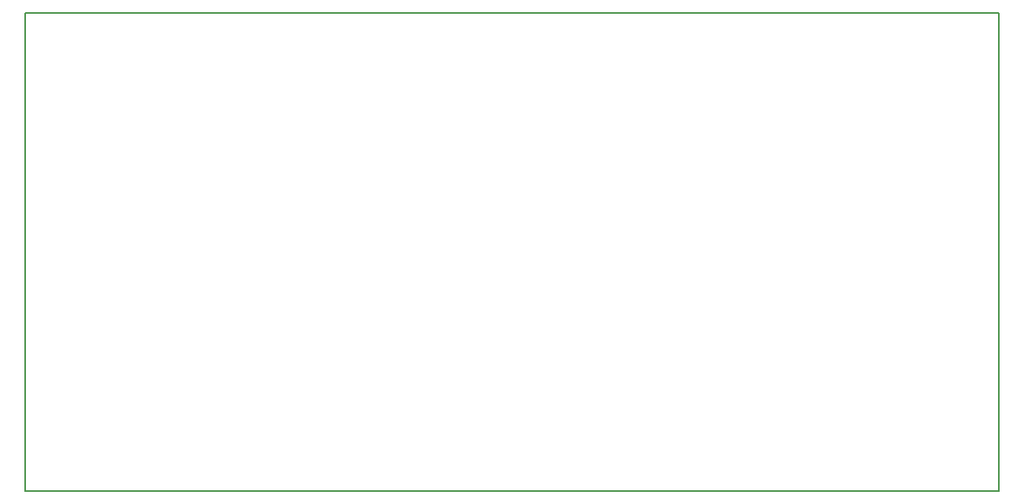
<source format=gbr>
G04 #@! TF.FileFunction,Profile,NP*
%FSLAX46Y46*%
G04 Gerber Fmt 4.6, Leading zero omitted, Abs format (unit mm)*
G04 Created by KiCad (PCBNEW (2015-10-26 BZR 6283)-product) date Friday, January 15, 2016 'amt' 12:54:02 am*
%MOMM*%
G01*
G04 APERTURE LIST*
%ADD10C,0.100000*%
%ADD11C,0.150000*%
G04 APERTURE END LIST*
D10*
D11*
X90000000Y25000000D02*
X-11645240Y25000000D01*
X90000000Y-25000000D02*
X90000000Y25000000D01*
X-11645240Y-25000000D02*
X90000000Y-25000000D01*
X-11645240Y25000000D02*
X-11645240Y-25000000D01*
M02*

</source>
